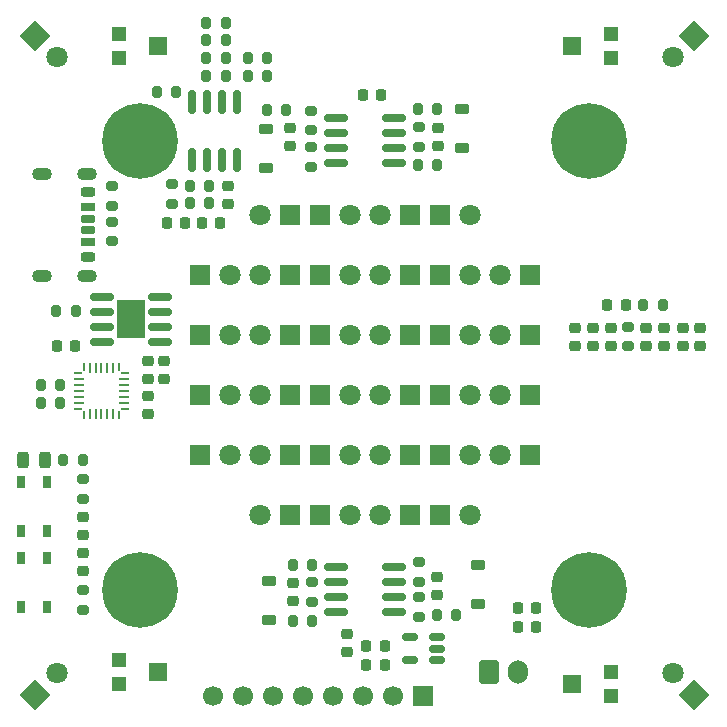
<source format=gbr>
%TF.GenerationSoftware,KiCad,Pcbnew,9.0.5*%
%TF.CreationDate,2025-11-10T23:46:23+08:00*%
%TF.ProjectId,ms,6d732e6b-6963-4616-945f-706362585858,rev?*%
%TF.SameCoordinates,Original*%
%TF.FileFunction,Soldermask,Top*%
%TF.FilePolarity,Negative*%
%FSLAX46Y46*%
G04 Gerber Fmt 4.6, Leading zero omitted, Abs format (unit mm)*
G04 Created by KiCad (PCBNEW 9.0.5) date 2025-11-10 23:46:23*
%MOMM*%
%LPD*%
G01*
G04 APERTURE LIST*
G04 Aperture macros list*
%AMRoundRect*
0 Rectangle with rounded corners*
0 $1 Rounding radius*
0 $2 $3 $4 $5 $6 $7 $8 $9 X,Y pos of 4 corners*
0 Add a 4 corners polygon primitive as box body*
4,1,4,$2,$3,$4,$5,$6,$7,$8,$9,$2,$3,0*
0 Add four circle primitives for the rounded corners*
1,1,$1+$1,$2,$3*
1,1,$1+$1,$4,$5*
1,1,$1+$1,$6,$7*
1,1,$1+$1,$8,$9*
0 Add four rect primitives between the rounded corners*
20,1,$1+$1,$2,$3,$4,$5,0*
20,1,$1+$1,$4,$5,$6,$7,0*
20,1,$1+$1,$6,$7,$8,$9,0*
20,1,$1+$1,$8,$9,$2,$3,0*%
%AMRotRect*
0 Rectangle, with rotation*
0 The origin of the aperture is its center*
0 $1 length*
0 $2 width*
0 $3 Rotation angle, in degrees counterclockwise*
0 Add horizontal line*
21,1,$1,$2,0,0,$3*%
%AMFreePoly0*
4,1,14,0.230680,0.111820,0.364320,-0.021820,0.377500,-0.053640,0.377500,-0.080000,0.364320,-0.111820,0.332500,-0.125000,-0.332500,-0.125000,-0.364320,-0.111820,-0.377500,-0.080000,-0.377500,0.080000,-0.364320,0.111820,-0.332500,0.125000,0.198860,0.125000,0.230680,0.111820,0.230680,0.111820,$1*%
%AMFreePoly1*
4,1,14,0.364320,0.111820,0.377500,0.080000,0.377500,0.053640,0.364320,0.021820,0.230680,-0.111820,0.198860,-0.125000,-0.332500,-0.125000,-0.364320,-0.111820,-0.377500,-0.080000,-0.377500,0.080000,-0.364320,0.111820,-0.332500,0.125000,0.332500,0.125000,0.364320,0.111820,0.364320,0.111820,$1*%
%AMFreePoly2*
4,1,14,0.111820,0.364320,0.125000,0.332500,0.125000,-0.332500,0.111820,-0.364320,0.080000,-0.377500,-0.080000,-0.377500,-0.111820,-0.364320,-0.125000,-0.332500,-0.125000,0.198860,-0.111820,0.230680,0.021820,0.364320,0.053640,0.377500,0.080000,0.377500,0.111820,0.364320,0.111820,0.364320,$1*%
%AMFreePoly3*
4,1,14,-0.021820,0.364320,0.111820,0.230680,0.125000,0.198860,0.125000,-0.332500,0.111820,-0.364320,0.080000,-0.377500,-0.080000,-0.377500,-0.111820,-0.364320,-0.125000,-0.332500,-0.125000,0.332500,-0.111820,0.364320,-0.080000,0.377500,-0.053640,0.377500,-0.021820,0.364320,-0.021820,0.364320,$1*%
%AMFreePoly4*
4,1,14,0.364320,0.111820,0.377500,0.080000,0.377500,-0.080000,0.364320,-0.111820,0.332500,-0.125000,-0.198860,-0.125000,-0.230680,-0.111820,-0.364320,0.021820,-0.377500,0.053640,-0.377500,0.080000,-0.364320,0.111820,-0.332500,0.125000,0.332500,0.125000,0.364320,0.111820,0.364320,0.111820,$1*%
%AMFreePoly5*
4,1,14,0.364320,0.111820,0.377500,0.080000,0.377500,-0.080000,0.364320,-0.111820,0.332500,-0.125000,-0.332500,-0.125000,-0.364320,-0.111820,-0.377500,-0.080000,-0.377500,-0.053640,-0.364320,-0.021820,-0.230680,0.111820,-0.198860,0.125000,0.332500,0.125000,0.364320,0.111820,0.364320,0.111820,$1*%
%AMFreePoly6*
4,1,14,0.111820,0.364320,0.125000,0.332500,0.125000,-0.198860,0.111820,-0.230680,-0.021820,-0.364320,-0.053640,-0.377500,-0.080000,-0.377500,-0.111820,-0.364320,-0.125000,-0.332500,-0.125000,0.332500,-0.111820,0.364320,-0.080000,0.377500,0.080000,0.377500,0.111820,0.364320,0.111820,0.364320,$1*%
%AMFreePoly7*
4,1,14,0.111820,0.364320,0.125000,0.332500,0.125000,-0.332500,0.111820,-0.364320,0.080000,-0.377500,0.053640,-0.377500,0.021820,-0.364320,-0.111820,-0.230680,-0.125000,-0.198860,-0.125000,0.332500,-0.111820,0.364320,-0.080000,0.377500,0.080000,0.377500,0.111820,0.364320,0.111820,0.364320,$1*%
G04 Aperture macros list end*
%ADD10RoundRect,0.150000X-0.825000X-0.150000X0.825000X-0.150000X0.825000X0.150000X-0.825000X0.150000X0*%
%ADD11R,2.410000X3.300000*%
%ADD12RoundRect,0.200000X0.200000X0.275000X-0.200000X0.275000X-0.200000X-0.275000X0.200000X-0.275000X0*%
%ADD13RoundRect,0.200000X-0.275000X0.200000X-0.275000X-0.200000X0.275000X-0.200000X0.275000X0.200000X0*%
%ADD14RoundRect,0.200000X0.275000X-0.200000X0.275000X0.200000X-0.275000X0.200000X-0.275000X-0.200000X0*%
%ADD15RoundRect,0.175000X-0.425000X0.175000X-0.425000X-0.175000X0.425000X-0.175000X0.425000X0.175000X0*%
%ADD16RoundRect,0.190000X0.410000X-0.190000X0.410000X0.190000X-0.410000X0.190000X-0.410000X-0.190000X0*%
%ADD17RoundRect,0.200000X0.400000X-0.200000X0.400000X0.200000X-0.400000X0.200000X-0.400000X-0.200000X0*%
%ADD18RoundRect,0.175000X0.425000X-0.175000X0.425000X0.175000X-0.425000X0.175000X-0.425000X-0.175000X0*%
%ADD19RoundRect,0.190000X-0.410000X0.190000X-0.410000X-0.190000X0.410000X-0.190000X0.410000X0.190000X0*%
%ADD20RoundRect,0.200000X-0.400000X0.200000X-0.400000X-0.200000X0.400000X-0.200000X0.400000X0.200000X0*%
%ADD21O,1.700000X1.100000*%
%ADD22RoundRect,0.225000X-0.250000X0.225000X-0.250000X-0.225000X0.250000X-0.225000X0.250000X0.225000X0*%
%ADD23RoundRect,0.225000X0.250000X-0.225000X0.250000X0.225000X-0.250000X0.225000X-0.250000X-0.225000X0*%
%ADD24RoundRect,0.225000X0.225000X0.250000X-0.225000X0.250000X-0.225000X-0.250000X0.225000X-0.250000X0*%
%ADD25RoundRect,0.150000X0.825000X0.150000X-0.825000X0.150000X-0.825000X-0.150000X0.825000X-0.150000X0*%
%ADD26RoundRect,0.225000X0.375000X-0.225000X0.375000X0.225000X-0.375000X0.225000X-0.375000X-0.225000X0*%
%ADD27RoundRect,0.200000X-0.200000X-0.275000X0.200000X-0.275000X0.200000X0.275000X-0.200000X0.275000X0*%
%ADD28R,1.200000X1.200000*%
%ADD29R,1.500000X1.600000*%
%ADD30R,1.800000X1.800000*%
%ADD31C,1.800000*%
%ADD32RoundRect,0.250000X-0.600000X-0.750000X0.600000X-0.750000X0.600000X0.750000X-0.600000X0.750000X0*%
%ADD33O,1.700000X2.000000*%
%ADD34R,0.650000X1.050000*%
%ADD35C,6.400000*%
%ADD36RoundRect,0.225000X-0.225000X-0.250000X0.225000X-0.250000X0.225000X0.250000X-0.225000X0.250000X0*%
%ADD37FreePoly0,180.000000*%
%ADD38RoundRect,0.062500X0.375000X0.062500X-0.375000X0.062500X-0.375000X-0.062500X0.375000X-0.062500X0*%
%ADD39FreePoly1,180.000000*%
%ADD40FreePoly2,180.000000*%
%ADD41RoundRect,0.062500X0.062500X0.375000X-0.062500X0.375000X-0.062500X-0.375000X0.062500X-0.375000X0*%
%ADD42FreePoly3,180.000000*%
%ADD43FreePoly4,180.000000*%
%ADD44FreePoly5,180.000000*%
%ADD45FreePoly6,180.000000*%
%ADD46FreePoly7,180.000000*%
%ADD47RoundRect,0.150000X0.512500X0.150000X-0.512500X0.150000X-0.512500X-0.150000X0.512500X-0.150000X0*%
%ADD48RotRect,1.800000X1.800000X315.000000*%
%ADD49R,1.700000X1.700000*%
%ADD50C,1.700000*%
%ADD51RotRect,1.800000X1.800000X45.000000*%
%ADD52RotRect,1.800000X1.800000X225.000000*%
%ADD53RoundRect,0.225000X-0.375000X0.225000X-0.375000X-0.225000X0.375000X-0.225000X0.375000X0.225000X0*%
%ADD54RoundRect,0.150000X-0.150000X0.825000X-0.150000X-0.825000X0.150000X-0.825000X0.150000X0.825000X0*%
%ADD55RotRect,1.800000X1.800000X135.000000*%
%ADD56RoundRect,0.243750X-0.243750X-0.456250X0.243750X-0.456250X0.243750X0.456250X-0.243750X0.456250X0*%
G04 APERTURE END LIST*
D10*
%TO.C,U6*%
X128150000Y-99045000D03*
X128150000Y-100315000D03*
X128150000Y-101585000D03*
X128150000Y-102855000D03*
X133100000Y-102855000D03*
X133100000Y-101585000D03*
X133100000Y-100315000D03*
X133100000Y-99045000D03*
D11*
X130625000Y-100950000D03*
%TD*%
D12*
%TO.C,R32*%
X125950000Y-100250000D03*
X124300000Y-100250000D03*
%TD*%
D13*
%TO.C,R31*%
X129025000Y-92725000D03*
X129025000Y-94375000D03*
%TD*%
D14*
%TO.C,R30*%
X129025000Y-91375000D03*
X129025000Y-89725000D03*
%TD*%
D15*
%TO.C,J3*%
X126980000Y-92450000D03*
D16*
X126980000Y-94470000D03*
D17*
X126980000Y-95700000D03*
D18*
X126980000Y-93450000D03*
D19*
X126980000Y-91430000D03*
D20*
X126980000Y-90200000D03*
D21*
X126900000Y-88630000D03*
X123100000Y-88630000D03*
X126900000Y-97270000D03*
X123100000Y-97270000D03*
%TD*%
D22*
%TO.C,C27*%
X133425000Y-104475000D03*
X133425000Y-106025000D03*
%TD*%
D23*
%TO.C,C26*%
X132025000Y-106025000D03*
X132025000Y-104475000D03*
%TD*%
D24*
%TO.C,C25*%
X125900000Y-103250000D03*
X124350000Y-103250000D03*
%TD*%
D12*
%TO.C,R25*%
X124900000Y-112850000D03*
X126550000Y-112850000D03*
%TD*%
D22*
%TO.C,C10*%
X126525000Y-119225000D03*
X126525000Y-117675000D03*
%TD*%
D13*
%TO.C,R23*%
X126525000Y-116175000D03*
X126525000Y-114525000D03*
%TD*%
D22*
%TO.C,C21*%
X175725000Y-103225000D03*
X175725000Y-101675000D03*
%TD*%
D13*
%TO.C,R10*%
X155025000Y-121525000D03*
X155025000Y-123175000D03*
%TD*%
D25*
%TO.C,U4*%
X147950000Y-125755000D03*
X147950000Y-124485000D03*
X147950000Y-123215000D03*
X147950000Y-121945000D03*
X152900000Y-121945000D03*
X152900000Y-123215000D03*
X152900000Y-124485000D03*
X152900000Y-125755000D03*
%TD*%
D26*
%TO.C,D39*%
X142325000Y-123150000D03*
X142325000Y-126450000D03*
%TD*%
D27*
%TO.C,R9*%
X145950000Y-126550000D03*
X144300000Y-126550000D03*
%TD*%
%TO.C,R7*%
X145950000Y-121750000D03*
X144300000Y-121750000D03*
%TD*%
D22*
%TO.C,C4*%
X144325000Y-124825000D03*
X144325000Y-123275000D03*
%TD*%
D13*
%TO.C,R8*%
X145925000Y-124875000D03*
X145925000Y-123225000D03*
%TD*%
D28*
%TO.C,RV4*%
X129625000Y-129850000D03*
D29*
X132875000Y-130850000D03*
D28*
X129625000Y-131850000D03*
%TD*%
D30*
%TO.C,D30*%
X146615000Y-117550000D03*
D31*
X149155000Y-117550000D03*
%TD*%
D32*
%TO.C,J2*%
X160925000Y-130850000D03*
D33*
X163425000Y-130850000D03*
%TD*%
D30*
%TO.C,D17*%
X144075000Y-117550000D03*
D31*
X141535000Y-117550000D03*
%TD*%
D34*
%TO.C,SW2*%
X123500000Y-114775000D03*
X123500000Y-118925000D03*
X121350000Y-114775000D03*
X121350000Y-118900000D03*
%TD*%
D35*
%TO.C,H4*%
X131425000Y-123850000D03*
%TD*%
D30*
%TO.C,D11*%
X144075000Y-92150000D03*
D31*
X141535000Y-92150000D03*
%TD*%
D24*
%TO.C,C3*%
X151800000Y-81950000D03*
X150250000Y-81950000D03*
%TD*%
D12*
%TO.C,R17*%
X138650000Y-75850000D03*
X137000000Y-75850000D03*
%TD*%
D30*
%TO.C,D12*%
X146615000Y-92150000D03*
D31*
X149155000Y-92150000D03*
%TD*%
D27*
%TO.C,R21*%
X135600000Y-91150000D03*
X137250000Y-91150000D03*
%TD*%
D30*
%TO.C,D13*%
X136455000Y-97230000D03*
D31*
X138995000Y-97230000D03*
%TD*%
D12*
%TO.C,R12*%
X158150000Y-126050000D03*
X156500000Y-126050000D03*
%TD*%
D30*
%TO.C,D23*%
X136455000Y-112470000D03*
D31*
X138995000Y-112470000D03*
%TD*%
D30*
%TO.C,D3*%
X156775000Y-97230000D03*
D31*
X159315000Y-97230000D03*
%TD*%
D12*
%TO.C,R4*%
X156550000Y-87950000D03*
X154900000Y-87950000D03*
%TD*%
D36*
%TO.C,C15*%
X163350000Y-125450000D03*
X164900000Y-125450000D03*
%TD*%
D30*
%TO.C,D28*%
X154235000Y-112470000D03*
D31*
X151695000Y-112470000D03*
%TD*%
D37*
%TO.C,U2*%
X130122500Y-108550000D03*
D38*
X130062500Y-108050000D03*
X130062500Y-107550000D03*
X130062500Y-107050000D03*
X130062500Y-106550000D03*
X130062500Y-106050000D03*
D39*
X130122500Y-105550000D03*
D40*
X129625000Y-105052500D03*
D41*
X129125000Y-105112500D03*
X128625000Y-105112500D03*
X128125000Y-105112500D03*
X127625000Y-105112500D03*
X127125000Y-105112500D03*
D42*
X126625000Y-105052500D03*
D43*
X126127500Y-105550000D03*
D38*
X126187500Y-106050000D03*
X126187500Y-106550000D03*
X126187500Y-107050000D03*
X126187500Y-107550000D03*
X126187500Y-108050000D03*
D44*
X126127500Y-108550000D03*
D45*
X126625000Y-109047500D03*
D41*
X127125000Y-108987500D03*
X127625000Y-108987500D03*
X128125000Y-108987500D03*
X128625000Y-108987500D03*
X129125000Y-108987500D03*
D46*
X129625000Y-109047500D03*
%TD*%
D22*
%TO.C,C20*%
X168225000Y-101675000D03*
X168225000Y-103225000D03*
%TD*%
D47*
%TO.C,U1*%
X156562500Y-129800000D03*
X156562500Y-128850000D03*
X156562500Y-127900000D03*
X154287500Y-127900000D03*
X154287500Y-129800000D03*
%TD*%
D22*
%TO.C,C22*%
X174215000Y-101675000D03*
X174215000Y-103225000D03*
%TD*%
D28*
%TO.C,RV2*%
X171225000Y-78850000D03*
D29*
X167975000Y-77850000D03*
D28*
X171225000Y-76850000D03*
%TD*%
%TO.C,RV3*%
X171225000Y-132853535D03*
D29*
X167975000Y-131853535D03*
D28*
X171225000Y-130853535D03*
%TD*%
D12*
%TO.C,R6*%
X156550000Y-83150000D03*
X154900000Y-83150000D03*
%TD*%
D30*
%TO.C,D31*%
X156775000Y-117550000D03*
D31*
X159315000Y-117550000D03*
%TD*%
D23*
%TO.C,C18*%
X177325000Y-103225000D03*
X177325000Y-101675000D03*
%TD*%
D36*
%TO.C,C16*%
X163350000Y-127050000D03*
X164900000Y-127050000D03*
%TD*%
D30*
%TO.C,D20*%
X154235000Y-107390000D03*
D31*
X151695000Y-107390000D03*
%TD*%
D13*
%TO.C,R11*%
X155025000Y-124525000D03*
X155025000Y-126175000D03*
%TD*%
D30*
%TO.C,D24*%
X146615000Y-107390000D03*
D31*
X149155000Y-107390000D03*
%TD*%
D30*
%TO.C,D1*%
X146615000Y-97230000D03*
D31*
X149155000Y-97230000D03*
%TD*%
D30*
%TO.C,D21*%
X156775000Y-112470000D03*
D31*
X159315000Y-112470000D03*
%TD*%
D23*
%TO.C,C11*%
X126525000Y-122325000D03*
X126525000Y-120775000D03*
%TD*%
D30*
%TO.C,D8*%
X156775000Y-92150000D03*
D31*
X159315000Y-92150000D03*
%TD*%
D26*
%TO.C,D40*%
X160025000Y-125100000D03*
X160025000Y-121800000D03*
%TD*%
D30*
%TO.C,D15*%
X154235000Y-102310000D03*
D31*
X151695000Y-102310000D03*
%TD*%
D27*
%TO.C,R27*%
X123000000Y-108050000D03*
X124650000Y-108050000D03*
%TD*%
D22*
%TO.C,C6*%
X148925000Y-127575000D03*
X148925000Y-129125000D03*
%TD*%
D48*
%TO.C,D33*%
X122523439Y-76948439D03*
D31*
X124319490Y-78744490D03*
%TD*%
D14*
%TO.C,R24*%
X126525000Y-125575000D03*
X126525000Y-123925000D03*
%TD*%
D24*
%TO.C,C7*%
X135200000Y-92850000D03*
X133650000Y-92850000D03*
%TD*%
D22*
%TO.C,C19*%
X169725000Y-101675000D03*
X169725000Y-103225000D03*
%TD*%
D23*
%TO.C,C17*%
X178825000Y-103225000D03*
X178825000Y-101675000D03*
%TD*%
D24*
%TO.C,C24*%
X172500000Y-99750000D03*
X170950000Y-99750000D03*
%TD*%
D30*
%TO.C,D10*%
X164395000Y-97230000D03*
D31*
X161855000Y-97230000D03*
%TD*%
D30*
%TO.C,D18*%
X146615000Y-112470000D03*
D31*
X149155000Y-112470000D03*
%TD*%
D27*
%TO.C,R22*%
X135600000Y-89650000D03*
X137250000Y-89650000D03*
%TD*%
D49*
%TO.C,J1*%
X155315000Y-132850000D03*
D50*
X152775000Y-132850000D03*
X150235000Y-132850000D03*
X147695000Y-132850000D03*
X145155000Y-132850000D03*
X142615000Y-132850000D03*
X140075000Y-132850000D03*
X137535000Y-132850000D03*
%TD*%
D30*
%TO.C,D4*%
X154235000Y-92150000D03*
D31*
X151695000Y-92150000D03*
%TD*%
D51*
%TO.C,D36*%
X122523439Y-132751561D03*
D31*
X124319490Y-130955510D03*
%TD*%
D27*
%TO.C,R28*%
X123000000Y-106550000D03*
X124650000Y-106550000D03*
%TD*%
D52*
%TO.C,D34*%
X178326561Y-76948439D03*
D31*
X176530510Y-78744490D03*
%TD*%
D12*
%TO.C,R14*%
X142150000Y-78850000D03*
X140500000Y-78850000D03*
%TD*%
D22*
%TO.C,C9*%
X138825000Y-89675000D03*
X138825000Y-91225000D03*
%TD*%
D30*
%TO.C,D26*%
X154235000Y-117550000D03*
D31*
X151695000Y-117550000D03*
%TD*%
D14*
%TO.C,R26*%
X172725000Y-103275000D03*
X172725000Y-101625000D03*
%TD*%
D53*
%TO.C,D37*%
X142025000Y-84900000D03*
X142025000Y-88200000D03*
%TD*%
D13*
%TO.C,R20*%
X134125000Y-89525000D03*
X134125000Y-91175000D03*
%TD*%
D14*
%TO.C,R5*%
X155025000Y-86375000D03*
X155025000Y-84725000D03*
%TD*%
D30*
%TO.C,D25*%
X144075000Y-107390000D03*
D31*
X141535000Y-107390000D03*
%TD*%
D30*
%TO.C,D19*%
X136455000Y-107390000D03*
D31*
X138995000Y-107390000D03*
%TD*%
D22*
%TO.C,C23*%
X171225000Y-101675000D03*
X171225000Y-103225000D03*
%TD*%
D30*
%TO.C,D2*%
X144075000Y-97230000D03*
D31*
X141535000Y-97230000D03*
%TD*%
D27*
%TO.C,R3*%
X142100000Y-83250000D03*
X143750000Y-83250000D03*
%TD*%
D24*
%TO.C,C13*%
X152100000Y-128650000D03*
X150550000Y-128650000D03*
%TD*%
D22*
%TO.C,C5*%
X156525000Y-122775000D03*
X156525000Y-124325000D03*
%TD*%
D30*
%TO.C,D22*%
X164395000Y-112470000D03*
D31*
X161855000Y-112470000D03*
%TD*%
D12*
%TO.C,R16*%
X138650000Y-78850000D03*
X137000000Y-78850000D03*
%TD*%
D24*
%TO.C,C14*%
X152100000Y-130250000D03*
X150550000Y-130250000D03*
%TD*%
D30*
%TO.C,D9*%
X154235000Y-97230000D03*
D31*
X151695000Y-97230000D03*
%TD*%
D53*
%TO.C,D38*%
X158625000Y-83200000D03*
X158625000Y-86500000D03*
%TD*%
D23*
%TO.C,C2*%
X156625000Y-86325000D03*
X156625000Y-84775000D03*
%TD*%
D54*
%TO.C,U5*%
X139630000Y-82575000D03*
X138360000Y-82575000D03*
X137090000Y-82575000D03*
X135820000Y-82575000D03*
X135820000Y-87525000D03*
X137090000Y-87525000D03*
X138360000Y-87525000D03*
X139630000Y-87525000D03*
%TD*%
D34*
%TO.C,SW1*%
X123500000Y-121175000D03*
X123500000Y-125325000D03*
X121350000Y-121175000D03*
X121350000Y-125300000D03*
%TD*%
D35*
%TO.C,H3*%
X169425000Y-85850000D03*
%TD*%
D28*
%TO.C,RV1*%
X129625000Y-76850000D03*
D29*
X132875000Y-77850000D03*
D28*
X129625000Y-78850000D03*
%TD*%
D36*
%TO.C,C8*%
X136650000Y-92850000D03*
X138200000Y-92850000D03*
%TD*%
D23*
%TO.C,C1*%
X144125000Y-86325000D03*
X144125000Y-84775000D03*
%TD*%
D27*
%TO.C,R29*%
X174000000Y-99750000D03*
X175650000Y-99750000D03*
%TD*%
D12*
%TO.C,R15*%
X138650000Y-77350000D03*
X137000000Y-77350000D03*
%TD*%
%TO.C,R19*%
X134450000Y-81750000D03*
X132800000Y-81750000D03*
%TD*%
D30*
%TO.C,D27*%
X156775000Y-107390000D03*
D31*
X159315000Y-107390000D03*
%TD*%
D14*
%TO.C,R2*%
X145825000Y-88075000D03*
X145825000Y-86425000D03*
%TD*%
D12*
%TO.C,R18*%
X138650000Y-80350000D03*
X137000000Y-80350000D03*
%TD*%
D27*
%TO.C,R13*%
X140500000Y-80350000D03*
X142150000Y-80350000D03*
%TD*%
D30*
%TO.C,D5*%
X146615000Y-102310000D03*
D31*
X149155000Y-102310000D03*
%TD*%
D35*
%TO.C,H1*%
X169425000Y-123850000D03*
%TD*%
D30*
%TO.C,D6*%
X144075000Y-102310000D03*
D31*
X141535000Y-102310000D03*
%TD*%
D30*
%TO.C,D29*%
X144075000Y-112470000D03*
D31*
X141535000Y-112470000D03*
%TD*%
D30*
%TO.C,D16*%
X164395000Y-102310000D03*
D31*
X161855000Y-102310000D03*
%TD*%
D35*
%TO.C,H2*%
X131425000Y-85850000D03*
%TD*%
D55*
%TO.C,D35*%
X178326561Y-132751561D03*
D31*
X176530510Y-130955510D03*
%TD*%
D56*
%TO.C,D41*%
X121487500Y-112850000D03*
X123362500Y-112850000D03*
%TD*%
D30*
%TO.C,D14*%
X156775000Y-102310000D03*
D31*
X159315000Y-102310000D03*
%TD*%
D10*
%TO.C,U3*%
X147950000Y-83945000D03*
X147950000Y-85215000D03*
X147950000Y-86485000D03*
X147950000Y-87755000D03*
X152900000Y-87755000D03*
X152900000Y-86485000D03*
X152900000Y-85215000D03*
X152900000Y-83945000D03*
%TD*%
D30*
%TO.C,D7*%
X136455000Y-102310000D03*
D31*
X138995000Y-102310000D03*
%TD*%
D30*
%TO.C,D32*%
X164395000Y-107390000D03*
D31*
X161855000Y-107390000D03*
%TD*%
D14*
%TO.C,R1*%
X145825000Y-84975000D03*
X145825000Y-83325000D03*
%TD*%
D23*
%TO.C,C12*%
X132025000Y-109025000D03*
X132025000Y-107475000D03*
%TD*%
M02*

</source>
